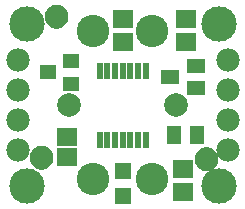
<source format=gbr>
G04 EAGLE Gerber RS-274X export*
G75*
%MOMM*%
%FSLAX34Y34*%
%LPD*%
%INSoldermask Top*%
%IPPOS*%
%AMOC8*
5,1,8,0,0,1.08239X$1,22.5*%
G01*
%ADD10C,3.003200*%
%ADD11R,0.500000X1.400000*%
%ADD12R,1.403200X1.403200*%
%ADD13R,1.703200X1.503200*%
%ADD14R,1.603200X1.203200*%
%ADD15R,1.303200X1.603200*%
%ADD16C,2.743200*%
%ADD17C,2.006600*%
%ADD18C,1.981200*%
%ADD19R,1.403200X1.203200*%
%ADD20C,1.203200*%
%ADD21C,0.500000*%


D10*
X20320Y157480D03*
X20320Y20320D03*
X182880Y157480D03*
X182880Y20320D03*
D11*
X82100Y59900D03*
X88600Y59900D03*
X95100Y59900D03*
X101600Y59900D03*
X108100Y59900D03*
X114600Y59900D03*
X121100Y59900D03*
X82100Y117900D03*
X88600Y117900D03*
X95100Y117900D03*
X101600Y117900D03*
X108100Y117900D03*
X114600Y117900D03*
X121100Y117900D03*
D12*
X101600Y33360D03*
X101600Y12360D03*
D13*
X152400Y15900D03*
X152400Y34900D03*
X154940Y142900D03*
X154940Y161900D03*
X101600Y142900D03*
X101600Y161900D03*
X54610Y44840D03*
X54610Y61840D03*
D14*
X141400Y113030D03*
X163400Y122530D03*
X163400Y103530D03*
D15*
X164940Y63500D03*
X144940Y63500D03*
D16*
X76708Y26416D03*
X76708Y151384D03*
X126492Y26416D03*
X126492Y151384D03*
D17*
X56642Y88900D03*
X146558Y88900D03*
D18*
X12700Y50800D03*
X12700Y76200D03*
X12700Y101600D03*
X12700Y127000D03*
X190500Y50800D03*
X190500Y76200D03*
X190500Y101600D03*
X190500Y127000D03*
D19*
X38260Y116840D03*
X58260Y126340D03*
X58260Y107340D03*
D20*
X172720Y43180D03*
D21*
X172720Y50680D02*
X172539Y50678D01*
X172358Y50671D01*
X172177Y50660D01*
X171996Y50645D01*
X171816Y50625D01*
X171636Y50601D01*
X171457Y50573D01*
X171279Y50540D01*
X171102Y50503D01*
X170925Y50462D01*
X170750Y50417D01*
X170575Y50367D01*
X170402Y50313D01*
X170231Y50255D01*
X170060Y50193D01*
X169892Y50126D01*
X169725Y50056D01*
X169559Y49982D01*
X169396Y49903D01*
X169235Y49821D01*
X169075Y49735D01*
X168918Y49645D01*
X168763Y49551D01*
X168610Y49454D01*
X168460Y49352D01*
X168312Y49248D01*
X168166Y49139D01*
X168024Y49028D01*
X167884Y48912D01*
X167747Y48794D01*
X167612Y48672D01*
X167481Y48547D01*
X167353Y48419D01*
X167228Y48288D01*
X167106Y48153D01*
X166988Y48016D01*
X166872Y47876D01*
X166761Y47734D01*
X166652Y47588D01*
X166548Y47440D01*
X166446Y47290D01*
X166349Y47137D01*
X166255Y46982D01*
X166165Y46825D01*
X166079Y46665D01*
X165997Y46504D01*
X165918Y46341D01*
X165844Y46175D01*
X165774Y46008D01*
X165707Y45840D01*
X165645Y45669D01*
X165587Y45498D01*
X165533Y45325D01*
X165483Y45150D01*
X165438Y44975D01*
X165397Y44798D01*
X165360Y44621D01*
X165327Y44443D01*
X165299Y44264D01*
X165275Y44084D01*
X165255Y43904D01*
X165240Y43723D01*
X165229Y43542D01*
X165222Y43361D01*
X165220Y43180D01*
X172720Y50680D02*
X172901Y50678D01*
X173082Y50671D01*
X173263Y50660D01*
X173444Y50645D01*
X173624Y50625D01*
X173804Y50601D01*
X173983Y50573D01*
X174161Y50540D01*
X174338Y50503D01*
X174515Y50462D01*
X174690Y50417D01*
X174865Y50367D01*
X175038Y50313D01*
X175209Y50255D01*
X175380Y50193D01*
X175548Y50126D01*
X175715Y50056D01*
X175881Y49982D01*
X176044Y49903D01*
X176205Y49821D01*
X176365Y49735D01*
X176522Y49645D01*
X176677Y49551D01*
X176830Y49454D01*
X176980Y49352D01*
X177128Y49248D01*
X177274Y49139D01*
X177416Y49028D01*
X177556Y48912D01*
X177693Y48794D01*
X177828Y48672D01*
X177959Y48547D01*
X178087Y48419D01*
X178212Y48288D01*
X178334Y48153D01*
X178452Y48016D01*
X178568Y47876D01*
X178679Y47734D01*
X178788Y47588D01*
X178892Y47440D01*
X178994Y47290D01*
X179091Y47137D01*
X179185Y46982D01*
X179275Y46825D01*
X179361Y46665D01*
X179443Y46504D01*
X179522Y46341D01*
X179596Y46175D01*
X179666Y46008D01*
X179733Y45840D01*
X179795Y45669D01*
X179853Y45498D01*
X179907Y45325D01*
X179957Y45150D01*
X180002Y44975D01*
X180043Y44798D01*
X180080Y44621D01*
X180113Y44443D01*
X180141Y44264D01*
X180165Y44084D01*
X180185Y43904D01*
X180200Y43723D01*
X180211Y43542D01*
X180218Y43361D01*
X180220Y43180D01*
X180218Y42999D01*
X180211Y42818D01*
X180200Y42637D01*
X180185Y42456D01*
X180165Y42276D01*
X180141Y42096D01*
X180113Y41917D01*
X180080Y41739D01*
X180043Y41562D01*
X180002Y41385D01*
X179957Y41210D01*
X179907Y41035D01*
X179853Y40862D01*
X179795Y40691D01*
X179733Y40520D01*
X179666Y40352D01*
X179596Y40185D01*
X179522Y40019D01*
X179443Y39856D01*
X179361Y39695D01*
X179275Y39535D01*
X179185Y39378D01*
X179091Y39223D01*
X178994Y39070D01*
X178892Y38920D01*
X178788Y38772D01*
X178679Y38626D01*
X178568Y38484D01*
X178452Y38344D01*
X178334Y38207D01*
X178212Y38072D01*
X178087Y37941D01*
X177959Y37813D01*
X177828Y37688D01*
X177693Y37566D01*
X177556Y37448D01*
X177416Y37332D01*
X177274Y37221D01*
X177128Y37112D01*
X176980Y37008D01*
X176830Y36906D01*
X176677Y36809D01*
X176522Y36715D01*
X176365Y36625D01*
X176205Y36539D01*
X176044Y36457D01*
X175881Y36378D01*
X175715Y36304D01*
X175548Y36234D01*
X175380Y36167D01*
X175209Y36105D01*
X175038Y36047D01*
X174865Y35993D01*
X174690Y35943D01*
X174515Y35898D01*
X174338Y35857D01*
X174161Y35820D01*
X173983Y35787D01*
X173804Y35759D01*
X173624Y35735D01*
X173444Y35715D01*
X173263Y35700D01*
X173082Y35689D01*
X172901Y35682D01*
X172720Y35680D01*
X172539Y35682D01*
X172358Y35689D01*
X172177Y35700D01*
X171996Y35715D01*
X171816Y35735D01*
X171636Y35759D01*
X171457Y35787D01*
X171279Y35820D01*
X171102Y35857D01*
X170925Y35898D01*
X170750Y35943D01*
X170575Y35993D01*
X170402Y36047D01*
X170231Y36105D01*
X170060Y36167D01*
X169892Y36234D01*
X169725Y36304D01*
X169559Y36378D01*
X169396Y36457D01*
X169235Y36539D01*
X169075Y36625D01*
X168918Y36715D01*
X168763Y36809D01*
X168610Y36906D01*
X168460Y37008D01*
X168312Y37112D01*
X168166Y37221D01*
X168024Y37332D01*
X167884Y37448D01*
X167747Y37566D01*
X167612Y37688D01*
X167481Y37813D01*
X167353Y37941D01*
X167228Y38072D01*
X167106Y38207D01*
X166988Y38344D01*
X166872Y38484D01*
X166761Y38626D01*
X166652Y38772D01*
X166548Y38920D01*
X166446Y39070D01*
X166349Y39223D01*
X166255Y39378D01*
X166165Y39535D01*
X166079Y39695D01*
X165997Y39856D01*
X165918Y40019D01*
X165844Y40185D01*
X165774Y40352D01*
X165707Y40520D01*
X165645Y40691D01*
X165587Y40862D01*
X165533Y41035D01*
X165483Y41210D01*
X165438Y41385D01*
X165397Y41562D01*
X165360Y41739D01*
X165327Y41917D01*
X165299Y42096D01*
X165275Y42276D01*
X165255Y42456D01*
X165240Y42637D01*
X165229Y42818D01*
X165222Y42999D01*
X165220Y43180D01*
D20*
X45720Y163830D03*
D21*
X45720Y171330D02*
X45539Y171328D01*
X45358Y171321D01*
X45177Y171310D01*
X44996Y171295D01*
X44816Y171275D01*
X44636Y171251D01*
X44457Y171223D01*
X44279Y171190D01*
X44102Y171153D01*
X43925Y171112D01*
X43750Y171067D01*
X43575Y171017D01*
X43402Y170963D01*
X43231Y170905D01*
X43060Y170843D01*
X42892Y170776D01*
X42725Y170706D01*
X42559Y170632D01*
X42396Y170553D01*
X42235Y170471D01*
X42075Y170385D01*
X41918Y170295D01*
X41763Y170201D01*
X41610Y170104D01*
X41460Y170002D01*
X41312Y169898D01*
X41166Y169789D01*
X41024Y169678D01*
X40884Y169562D01*
X40747Y169444D01*
X40612Y169322D01*
X40481Y169197D01*
X40353Y169069D01*
X40228Y168938D01*
X40106Y168803D01*
X39988Y168666D01*
X39872Y168526D01*
X39761Y168384D01*
X39652Y168238D01*
X39548Y168090D01*
X39446Y167940D01*
X39349Y167787D01*
X39255Y167632D01*
X39165Y167475D01*
X39079Y167315D01*
X38997Y167154D01*
X38918Y166991D01*
X38844Y166825D01*
X38774Y166658D01*
X38707Y166490D01*
X38645Y166319D01*
X38587Y166148D01*
X38533Y165975D01*
X38483Y165800D01*
X38438Y165625D01*
X38397Y165448D01*
X38360Y165271D01*
X38327Y165093D01*
X38299Y164914D01*
X38275Y164734D01*
X38255Y164554D01*
X38240Y164373D01*
X38229Y164192D01*
X38222Y164011D01*
X38220Y163830D01*
X45720Y171330D02*
X45901Y171328D01*
X46082Y171321D01*
X46263Y171310D01*
X46444Y171295D01*
X46624Y171275D01*
X46804Y171251D01*
X46983Y171223D01*
X47161Y171190D01*
X47338Y171153D01*
X47515Y171112D01*
X47690Y171067D01*
X47865Y171017D01*
X48038Y170963D01*
X48209Y170905D01*
X48380Y170843D01*
X48548Y170776D01*
X48715Y170706D01*
X48881Y170632D01*
X49044Y170553D01*
X49205Y170471D01*
X49365Y170385D01*
X49522Y170295D01*
X49677Y170201D01*
X49830Y170104D01*
X49980Y170002D01*
X50128Y169898D01*
X50274Y169789D01*
X50416Y169678D01*
X50556Y169562D01*
X50693Y169444D01*
X50828Y169322D01*
X50959Y169197D01*
X51087Y169069D01*
X51212Y168938D01*
X51334Y168803D01*
X51452Y168666D01*
X51568Y168526D01*
X51679Y168384D01*
X51788Y168238D01*
X51892Y168090D01*
X51994Y167940D01*
X52091Y167787D01*
X52185Y167632D01*
X52275Y167475D01*
X52361Y167315D01*
X52443Y167154D01*
X52522Y166991D01*
X52596Y166825D01*
X52666Y166658D01*
X52733Y166490D01*
X52795Y166319D01*
X52853Y166148D01*
X52907Y165975D01*
X52957Y165800D01*
X53002Y165625D01*
X53043Y165448D01*
X53080Y165271D01*
X53113Y165093D01*
X53141Y164914D01*
X53165Y164734D01*
X53185Y164554D01*
X53200Y164373D01*
X53211Y164192D01*
X53218Y164011D01*
X53220Y163830D01*
X53218Y163649D01*
X53211Y163468D01*
X53200Y163287D01*
X53185Y163106D01*
X53165Y162926D01*
X53141Y162746D01*
X53113Y162567D01*
X53080Y162389D01*
X53043Y162212D01*
X53002Y162035D01*
X52957Y161860D01*
X52907Y161685D01*
X52853Y161512D01*
X52795Y161341D01*
X52733Y161170D01*
X52666Y161002D01*
X52596Y160835D01*
X52522Y160669D01*
X52443Y160506D01*
X52361Y160345D01*
X52275Y160185D01*
X52185Y160028D01*
X52091Y159873D01*
X51994Y159720D01*
X51892Y159570D01*
X51788Y159422D01*
X51679Y159276D01*
X51568Y159134D01*
X51452Y158994D01*
X51334Y158857D01*
X51212Y158722D01*
X51087Y158591D01*
X50959Y158463D01*
X50828Y158338D01*
X50693Y158216D01*
X50556Y158098D01*
X50416Y157982D01*
X50274Y157871D01*
X50128Y157762D01*
X49980Y157658D01*
X49830Y157556D01*
X49677Y157459D01*
X49522Y157365D01*
X49365Y157275D01*
X49205Y157189D01*
X49044Y157107D01*
X48881Y157028D01*
X48715Y156954D01*
X48548Y156884D01*
X48380Y156817D01*
X48209Y156755D01*
X48038Y156697D01*
X47865Y156643D01*
X47690Y156593D01*
X47515Y156548D01*
X47338Y156507D01*
X47161Y156470D01*
X46983Y156437D01*
X46804Y156409D01*
X46624Y156385D01*
X46444Y156365D01*
X46263Y156350D01*
X46082Y156339D01*
X45901Y156332D01*
X45720Y156330D01*
X45539Y156332D01*
X45358Y156339D01*
X45177Y156350D01*
X44996Y156365D01*
X44816Y156385D01*
X44636Y156409D01*
X44457Y156437D01*
X44279Y156470D01*
X44102Y156507D01*
X43925Y156548D01*
X43750Y156593D01*
X43575Y156643D01*
X43402Y156697D01*
X43231Y156755D01*
X43060Y156817D01*
X42892Y156884D01*
X42725Y156954D01*
X42559Y157028D01*
X42396Y157107D01*
X42235Y157189D01*
X42075Y157275D01*
X41918Y157365D01*
X41763Y157459D01*
X41610Y157556D01*
X41460Y157658D01*
X41312Y157762D01*
X41166Y157871D01*
X41024Y157982D01*
X40884Y158098D01*
X40747Y158216D01*
X40612Y158338D01*
X40481Y158463D01*
X40353Y158591D01*
X40228Y158722D01*
X40106Y158857D01*
X39988Y158994D01*
X39872Y159134D01*
X39761Y159276D01*
X39652Y159422D01*
X39548Y159570D01*
X39446Y159720D01*
X39349Y159873D01*
X39255Y160028D01*
X39165Y160185D01*
X39079Y160345D01*
X38997Y160506D01*
X38918Y160669D01*
X38844Y160835D01*
X38774Y161002D01*
X38707Y161170D01*
X38645Y161341D01*
X38587Y161512D01*
X38533Y161685D01*
X38483Y161860D01*
X38438Y162035D01*
X38397Y162212D01*
X38360Y162389D01*
X38327Y162567D01*
X38299Y162746D01*
X38275Y162926D01*
X38255Y163106D01*
X38240Y163287D01*
X38229Y163468D01*
X38222Y163649D01*
X38220Y163830D01*
D20*
X33020Y44450D03*
D21*
X33020Y51950D02*
X32839Y51948D01*
X32658Y51941D01*
X32477Y51930D01*
X32296Y51915D01*
X32116Y51895D01*
X31936Y51871D01*
X31757Y51843D01*
X31579Y51810D01*
X31402Y51773D01*
X31225Y51732D01*
X31050Y51687D01*
X30875Y51637D01*
X30702Y51583D01*
X30531Y51525D01*
X30360Y51463D01*
X30192Y51396D01*
X30025Y51326D01*
X29859Y51252D01*
X29696Y51173D01*
X29535Y51091D01*
X29375Y51005D01*
X29218Y50915D01*
X29063Y50821D01*
X28910Y50724D01*
X28760Y50622D01*
X28612Y50518D01*
X28466Y50409D01*
X28324Y50298D01*
X28184Y50182D01*
X28047Y50064D01*
X27912Y49942D01*
X27781Y49817D01*
X27653Y49689D01*
X27528Y49558D01*
X27406Y49423D01*
X27288Y49286D01*
X27172Y49146D01*
X27061Y49004D01*
X26952Y48858D01*
X26848Y48710D01*
X26746Y48560D01*
X26649Y48407D01*
X26555Y48252D01*
X26465Y48095D01*
X26379Y47935D01*
X26297Y47774D01*
X26218Y47611D01*
X26144Y47445D01*
X26074Y47278D01*
X26007Y47110D01*
X25945Y46939D01*
X25887Y46768D01*
X25833Y46595D01*
X25783Y46420D01*
X25738Y46245D01*
X25697Y46068D01*
X25660Y45891D01*
X25627Y45713D01*
X25599Y45534D01*
X25575Y45354D01*
X25555Y45174D01*
X25540Y44993D01*
X25529Y44812D01*
X25522Y44631D01*
X25520Y44450D01*
X33020Y51950D02*
X33201Y51948D01*
X33382Y51941D01*
X33563Y51930D01*
X33744Y51915D01*
X33924Y51895D01*
X34104Y51871D01*
X34283Y51843D01*
X34461Y51810D01*
X34638Y51773D01*
X34815Y51732D01*
X34990Y51687D01*
X35165Y51637D01*
X35338Y51583D01*
X35509Y51525D01*
X35680Y51463D01*
X35848Y51396D01*
X36015Y51326D01*
X36181Y51252D01*
X36344Y51173D01*
X36505Y51091D01*
X36665Y51005D01*
X36822Y50915D01*
X36977Y50821D01*
X37130Y50724D01*
X37280Y50622D01*
X37428Y50518D01*
X37574Y50409D01*
X37716Y50298D01*
X37856Y50182D01*
X37993Y50064D01*
X38128Y49942D01*
X38259Y49817D01*
X38387Y49689D01*
X38512Y49558D01*
X38634Y49423D01*
X38752Y49286D01*
X38868Y49146D01*
X38979Y49004D01*
X39088Y48858D01*
X39192Y48710D01*
X39294Y48560D01*
X39391Y48407D01*
X39485Y48252D01*
X39575Y48095D01*
X39661Y47935D01*
X39743Y47774D01*
X39822Y47611D01*
X39896Y47445D01*
X39966Y47278D01*
X40033Y47110D01*
X40095Y46939D01*
X40153Y46768D01*
X40207Y46595D01*
X40257Y46420D01*
X40302Y46245D01*
X40343Y46068D01*
X40380Y45891D01*
X40413Y45713D01*
X40441Y45534D01*
X40465Y45354D01*
X40485Y45174D01*
X40500Y44993D01*
X40511Y44812D01*
X40518Y44631D01*
X40520Y44450D01*
X40518Y44269D01*
X40511Y44088D01*
X40500Y43907D01*
X40485Y43726D01*
X40465Y43546D01*
X40441Y43366D01*
X40413Y43187D01*
X40380Y43009D01*
X40343Y42832D01*
X40302Y42655D01*
X40257Y42480D01*
X40207Y42305D01*
X40153Y42132D01*
X40095Y41961D01*
X40033Y41790D01*
X39966Y41622D01*
X39896Y41455D01*
X39822Y41289D01*
X39743Y41126D01*
X39661Y40965D01*
X39575Y40805D01*
X39485Y40648D01*
X39391Y40493D01*
X39294Y40340D01*
X39192Y40190D01*
X39088Y40042D01*
X38979Y39896D01*
X38868Y39754D01*
X38752Y39614D01*
X38634Y39477D01*
X38512Y39342D01*
X38387Y39211D01*
X38259Y39083D01*
X38128Y38958D01*
X37993Y38836D01*
X37856Y38718D01*
X37716Y38602D01*
X37574Y38491D01*
X37428Y38382D01*
X37280Y38278D01*
X37130Y38176D01*
X36977Y38079D01*
X36822Y37985D01*
X36665Y37895D01*
X36505Y37809D01*
X36344Y37727D01*
X36181Y37648D01*
X36015Y37574D01*
X35848Y37504D01*
X35680Y37437D01*
X35509Y37375D01*
X35338Y37317D01*
X35165Y37263D01*
X34990Y37213D01*
X34815Y37168D01*
X34638Y37127D01*
X34461Y37090D01*
X34283Y37057D01*
X34104Y37029D01*
X33924Y37005D01*
X33744Y36985D01*
X33563Y36970D01*
X33382Y36959D01*
X33201Y36952D01*
X33020Y36950D01*
X32839Y36952D01*
X32658Y36959D01*
X32477Y36970D01*
X32296Y36985D01*
X32116Y37005D01*
X31936Y37029D01*
X31757Y37057D01*
X31579Y37090D01*
X31402Y37127D01*
X31225Y37168D01*
X31050Y37213D01*
X30875Y37263D01*
X30702Y37317D01*
X30531Y37375D01*
X30360Y37437D01*
X30192Y37504D01*
X30025Y37574D01*
X29859Y37648D01*
X29696Y37727D01*
X29535Y37809D01*
X29375Y37895D01*
X29218Y37985D01*
X29063Y38079D01*
X28910Y38176D01*
X28760Y38278D01*
X28612Y38382D01*
X28466Y38491D01*
X28324Y38602D01*
X28184Y38718D01*
X28047Y38836D01*
X27912Y38958D01*
X27781Y39083D01*
X27653Y39211D01*
X27528Y39342D01*
X27406Y39477D01*
X27288Y39614D01*
X27172Y39754D01*
X27061Y39896D01*
X26952Y40042D01*
X26848Y40190D01*
X26746Y40340D01*
X26649Y40493D01*
X26555Y40648D01*
X26465Y40805D01*
X26379Y40965D01*
X26297Y41126D01*
X26218Y41289D01*
X26144Y41455D01*
X26074Y41622D01*
X26007Y41790D01*
X25945Y41961D01*
X25887Y42132D01*
X25833Y42305D01*
X25783Y42480D01*
X25738Y42655D01*
X25697Y42832D01*
X25660Y43009D01*
X25627Y43187D01*
X25599Y43366D01*
X25575Y43546D01*
X25555Y43726D01*
X25540Y43907D01*
X25529Y44088D01*
X25522Y44269D01*
X25520Y44450D01*
M02*

</source>
